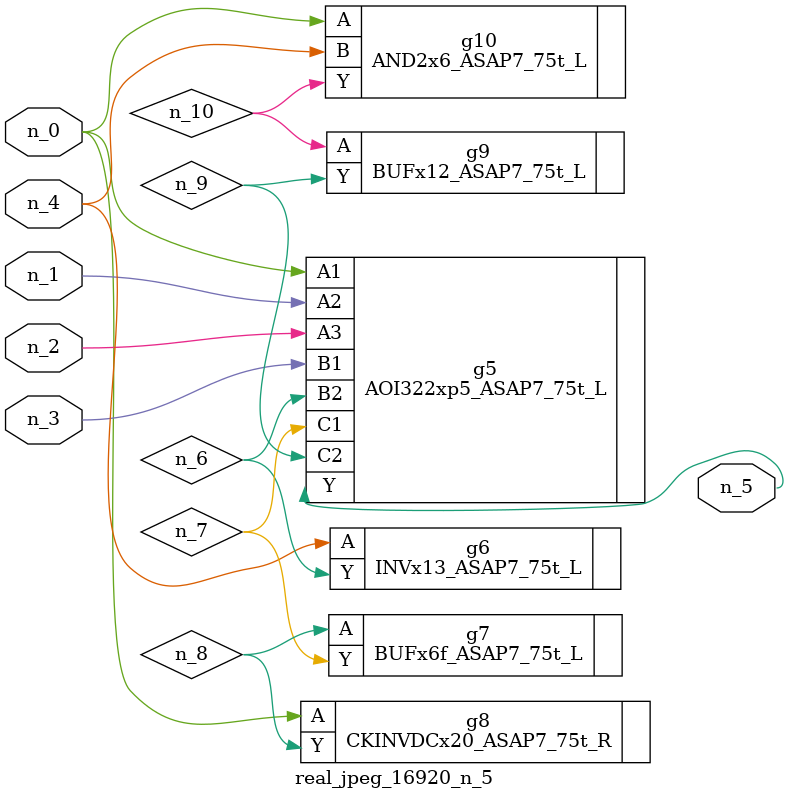
<source format=v>
module real_jpeg_16920_n_5 (n_4, n_0, n_1, n_2, n_3, n_5);

input n_4;
input n_0;
input n_1;
input n_2;
input n_3;

output n_5;

wire n_8;
wire n_6;
wire n_7;
wire n_10;
wire n_9;

AOI322xp5_ASAP7_75t_L g5 ( 
.A1(n_0),
.A2(n_1),
.A3(n_2),
.B1(n_3),
.B2(n_6),
.C1(n_7),
.C2(n_9),
.Y(n_5)
);

CKINVDCx20_ASAP7_75t_R g8 ( 
.A(n_0),
.Y(n_8)
);

AND2x6_ASAP7_75t_L g10 ( 
.A(n_0),
.B(n_4),
.Y(n_10)
);

INVx13_ASAP7_75t_L g6 ( 
.A(n_4),
.Y(n_6)
);

BUFx6f_ASAP7_75t_L g7 ( 
.A(n_8),
.Y(n_7)
);

BUFx12_ASAP7_75t_L g9 ( 
.A(n_10),
.Y(n_9)
);


endmodule
</source>
